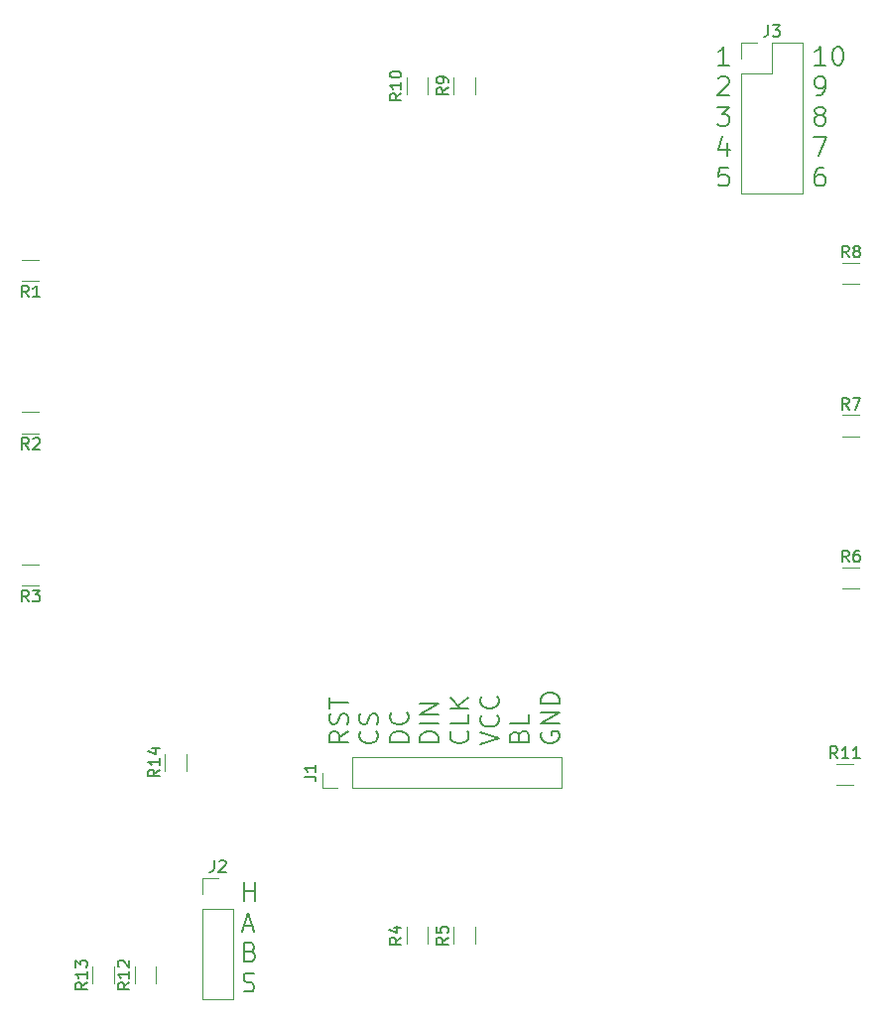
<source format=gbr>
G04 #@! TF.GenerationSoftware,KiCad,Pcbnew,8.0.3+1*
G04 #@! TF.CreationDate,2024-08-19T07:15:10+00:00*
G04 #@! TF.ProjectId,DriverDeskTft,44726976-6572-4446-9573-6b5466742e6b,0.0.1*
G04 #@! TF.SameCoordinates,Original*
G04 #@! TF.FileFunction,Legend,Top*
G04 #@! TF.FilePolarity,Positive*
%FSLAX46Y46*%
G04 Gerber Fmt 4.6, Leading zero omitted, Abs format (unit mm)*
G04 Created by KiCad (PCBNEW 8.0.3+1) date 2024-08-19 07:15:10*
%MOMM*%
%LPD*%
G01*
G04 APERTURE LIST*
%ADD10C,0.200000*%
%ADD11C,0.150000*%
%ADD12C,0.120000*%
%ADD13C,4.700000*%
%ADD14R,1.700000X1.700000*%
%ADD15O,1.700000X1.700000*%
%ADD16C,2.000000*%
%ADD17C,1.854000*%
%ADD18O,3.204000X6.204000*%
G04 APERTURE END LIST*
D10*
X124600625Y-60740150D02*
X123686339Y-60740150D01*
X124143482Y-60740150D02*
X124143482Y-59140150D01*
X124143482Y-59140150D02*
X123991101Y-59368721D01*
X123991101Y-59368721D02*
X123838720Y-59521102D01*
X123838720Y-59521102D02*
X123686339Y-59597293D01*
X123686339Y-61868441D02*
X123762530Y-61792250D01*
X123762530Y-61792250D02*
X123914911Y-61716060D01*
X123914911Y-61716060D02*
X124295863Y-61716060D01*
X124295863Y-61716060D02*
X124448244Y-61792250D01*
X124448244Y-61792250D02*
X124524435Y-61868441D01*
X124524435Y-61868441D02*
X124600625Y-62020822D01*
X124600625Y-62020822D02*
X124600625Y-62173203D01*
X124600625Y-62173203D02*
X124524435Y-62401774D01*
X124524435Y-62401774D02*
X123610149Y-63316060D01*
X123610149Y-63316060D02*
X124600625Y-63316060D01*
X123610149Y-64291970D02*
X124600625Y-64291970D01*
X124600625Y-64291970D02*
X124067292Y-64901494D01*
X124067292Y-64901494D02*
X124295863Y-64901494D01*
X124295863Y-64901494D02*
X124448244Y-64977684D01*
X124448244Y-64977684D02*
X124524435Y-65053875D01*
X124524435Y-65053875D02*
X124600625Y-65206256D01*
X124600625Y-65206256D02*
X124600625Y-65587208D01*
X124600625Y-65587208D02*
X124524435Y-65739589D01*
X124524435Y-65739589D02*
X124448244Y-65815780D01*
X124448244Y-65815780D02*
X124295863Y-65891970D01*
X124295863Y-65891970D02*
X123838720Y-65891970D01*
X123838720Y-65891970D02*
X123686339Y-65815780D01*
X123686339Y-65815780D02*
X123610149Y-65739589D01*
X124448244Y-67401213D02*
X124448244Y-68467880D01*
X124067292Y-66791690D02*
X123686339Y-67934547D01*
X123686339Y-67934547D02*
X124676816Y-67934547D01*
X124524435Y-69443790D02*
X123762530Y-69443790D01*
X123762530Y-69443790D02*
X123686339Y-70205695D01*
X123686339Y-70205695D02*
X123762530Y-70129504D01*
X123762530Y-70129504D02*
X123914911Y-70053314D01*
X123914911Y-70053314D02*
X124295863Y-70053314D01*
X124295863Y-70053314D02*
X124448244Y-70129504D01*
X124448244Y-70129504D02*
X124524435Y-70205695D01*
X124524435Y-70205695D02*
X124600625Y-70358076D01*
X124600625Y-70358076D02*
X124600625Y-70739028D01*
X124600625Y-70739028D02*
X124524435Y-70891409D01*
X124524435Y-70891409D02*
X124448244Y-70967600D01*
X124448244Y-70967600D02*
X124295863Y-71043790D01*
X124295863Y-71043790D02*
X123914911Y-71043790D01*
X123914911Y-71043790D02*
X123762530Y-70967600D01*
X123762530Y-70967600D02*
X123686339Y-70891409D01*
X92092420Y-117573183D02*
X91330515Y-118106517D01*
X92092420Y-118487469D02*
X90492420Y-118487469D01*
X90492420Y-118487469D02*
X90492420Y-117877945D01*
X90492420Y-117877945D02*
X90568610Y-117725564D01*
X90568610Y-117725564D02*
X90644801Y-117649374D01*
X90644801Y-117649374D02*
X90797182Y-117573183D01*
X90797182Y-117573183D02*
X91025753Y-117573183D01*
X91025753Y-117573183D02*
X91178134Y-117649374D01*
X91178134Y-117649374D02*
X91254325Y-117725564D01*
X91254325Y-117725564D02*
X91330515Y-117877945D01*
X91330515Y-117877945D02*
X91330515Y-118487469D01*
X92016230Y-116963660D02*
X92092420Y-116735088D01*
X92092420Y-116735088D02*
X92092420Y-116354136D01*
X92092420Y-116354136D02*
X92016230Y-116201755D01*
X92016230Y-116201755D02*
X91940039Y-116125564D01*
X91940039Y-116125564D02*
X91787658Y-116049374D01*
X91787658Y-116049374D02*
X91635277Y-116049374D01*
X91635277Y-116049374D02*
X91482896Y-116125564D01*
X91482896Y-116125564D02*
X91406706Y-116201755D01*
X91406706Y-116201755D02*
X91330515Y-116354136D01*
X91330515Y-116354136D02*
X91254325Y-116658898D01*
X91254325Y-116658898D02*
X91178134Y-116811279D01*
X91178134Y-116811279D02*
X91101944Y-116887469D01*
X91101944Y-116887469D02*
X90949563Y-116963660D01*
X90949563Y-116963660D02*
X90797182Y-116963660D01*
X90797182Y-116963660D02*
X90644801Y-116887469D01*
X90644801Y-116887469D02*
X90568610Y-116811279D01*
X90568610Y-116811279D02*
X90492420Y-116658898D01*
X90492420Y-116658898D02*
X90492420Y-116277945D01*
X90492420Y-116277945D02*
X90568610Y-116049374D01*
X90492420Y-115592231D02*
X90492420Y-114677945D01*
X92092420Y-115135088D02*
X90492420Y-115135088D01*
X94515949Y-117573183D02*
X94592140Y-117649374D01*
X94592140Y-117649374D02*
X94668330Y-117877945D01*
X94668330Y-117877945D02*
X94668330Y-118030326D01*
X94668330Y-118030326D02*
X94592140Y-118258898D01*
X94592140Y-118258898D02*
X94439759Y-118411279D01*
X94439759Y-118411279D02*
X94287378Y-118487469D01*
X94287378Y-118487469D02*
X93982616Y-118563660D01*
X93982616Y-118563660D02*
X93754044Y-118563660D01*
X93754044Y-118563660D02*
X93449282Y-118487469D01*
X93449282Y-118487469D02*
X93296901Y-118411279D01*
X93296901Y-118411279D02*
X93144520Y-118258898D01*
X93144520Y-118258898D02*
X93068330Y-118030326D01*
X93068330Y-118030326D02*
X93068330Y-117877945D01*
X93068330Y-117877945D02*
X93144520Y-117649374D01*
X93144520Y-117649374D02*
X93220711Y-117573183D01*
X94592140Y-116963660D02*
X94668330Y-116735088D01*
X94668330Y-116735088D02*
X94668330Y-116354136D01*
X94668330Y-116354136D02*
X94592140Y-116201755D01*
X94592140Y-116201755D02*
X94515949Y-116125564D01*
X94515949Y-116125564D02*
X94363568Y-116049374D01*
X94363568Y-116049374D02*
X94211187Y-116049374D01*
X94211187Y-116049374D02*
X94058806Y-116125564D01*
X94058806Y-116125564D02*
X93982616Y-116201755D01*
X93982616Y-116201755D02*
X93906425Y-116354136D01*
X93906425Y-116354136D02*
X93830235Y-116658898D01*
X93830235Y-116658898D02*
X93754044Y-116811279D01*
X93754044Y-116811279D02*
X93677854Y-116887469D01*
X93677854Y-116887469D02*
X93525473Y-116963660D01*
X93525473Y-116963660D02*
X93373092Y-116963660D01*
X93373092Y-116963660D02*
X93220711Y-116887469D01*
X93220711Y-116887469D02*
X93144520Y-116811279D01*
X93144520Y-116811279D02*
X93068330Y-116658898D01*
X93068330Y-116658898D02*
X93068330Y-116277945D01*
X93068330Y-116277945D02*
X93144520Y-116049374D01*
X97244240Y-118487469D02*
X95644240Y-118487469D01*
X95644240Y-118487469D02*
X95644240Y-118106517D01*
X95644240Y-118106517D02*
X95720430Y-117877945D01*
X95720430Y-117877945D02*
X95872811Y-117725564D01*
X95872811Y-117725564D02*
X96025192Y-117649374D01*
X96025192Y-117649374D02*
X96329954Y-117573183D01*
X96329954Y-117573183D02*
X96558526Y-117573183D01*
X96558526Y-117573183D02*
X96863288Y-117649374D01*
X96863288Y-117649374D02*
X97015669Y-117725564D01*
X97015669Y-117725564D02*
X97168050Y-117877945D01*
X97168050Y-117877945D02*
X97244240Y-118106517D01*
X97244240Y-118106517D02*
X97244240Y-118487469D01*
X97091859Y-115973183D02*
X97168050Y-116049374D01*
X97168050Y-116049374D02*
X97244240Y-116277945D01*
X97244240Y-116277945D02*
X97244240Y-116430326D01*
X97244240Y-116430326D02*
X97168050Y-116658898D01*
X97168050Y-116658898D02*
X97015669Y-116811279D01*
X97015669Y-116811279D02*
X96863288Y-116887469D01*
X96863288Y-116887469D02*
X96558526Y-116963660D01*
X96558526Y-116963660D02*
X96329954Y-116963660D01*
X96329954Y-116963660D02*
X96025192Y-116887469D01*
X96025192Y-116887469D02*
X95872811Y-116811279D01*
X95872811Y-116811279D02*
X95720430Y-116658898D01*
X95720430Y-116658898D02*
X95644240Y-116430326D01*
X95644240Y-116430326D02*
X95644240Y-116277945D01*
X95644240Y-116277945D02*
X95720430Y-116049374D01*
X95720430Y-116049374D02*
X95796621Y-115973183D01*
X99820150Y-118487469D02*
X98220150Y-118487469D01*
X98220150Y-118487469D02*
X98220150Y-118106517D01*
X98220150Y-118106517D02*
X98296340Y-117877945D01*
X98296340Y-117877945D02*
X98448721Y-117725564D01*
X98448721Y-117725564D02*
X98601102Y-117649374D01*
X98601102Y-117649374D02*
X98905864Y-117573183D01*
X98905864Y-117573183D02*
X99134436Y-117573183D01*
X99134436Y-117573183D02*
X99439198Y-117649374D01*
X99439198Y-117649374D02*
X99591579Y-117725564D01*
X99591579Y-117725564D02*
X99743960Y-117877945D01*
X99743960Y-117877945D02*
X99820150Y-118106517D01*
X99820150Y-118106517D02*
X99820150Y-118487469D01*
X99820150Y-116887469D02*
X98220150Y-116887469D01*
X99820150Y-116125564D02*
X98220150Y-116125564D01*
X98220150Y-116125564D02*
X99820150Y-115211278D01*
X99820150Y-115211278D02*
X98220150Y-115211278D01*
X102243679Y-117573183D02*
X102319870Y-117649374D01*
X102319870Y-117649374D02*
X102396060Y-117877945D01*
X102396060Y-117877945D02*
X102396060Y-118030326D01*
X102396060Y-118030326D02*
X102319870Y-118258898D01*
X102319870Y-118258898D02*
X102167489Y-118411279D01*
X102167489Y-118411279D02*
X102015108Y-118487469D01*
X102015108Y-118487469D02*
X101710346Y-118563660D01*
X101710346Y-118563660D02*
X101481774Y-118563660D01*
X101481774Y-118563660D02*
X101177012Y-118487469D01*
X101177012Y-118487469D02*
X101024631Y-118411279D01*
X101024631Y-118411279D02*
X100872250Y-118258898D01*
X100872250Y-118258898D02*
X100796060Y-118030326D01*
X100796060Y-118030326D02*
X100796060Y-117877945D01*
X100796060Y-117877945D02*
X100872250Y-117649374D01*
X100872250Y-117649374D02*
X100948441Y-117573183D01*
X102396060Y-116125564D02*
X102396060Y-116887469D01*
X102396060Y-116887469D02*
X100796060Y-116887469D01*
X102396060Y-115592231D02*
X100796060Y-115592231D01*
X102396060Y-114677945D02*
X101481774Y-115363660D01*
X100796060Y-114677945D02*
X101710346Y-115592231D01*
X103371970Y-118716041D02*
X104971970Y-118182707D01*
X104971970Y-118182707D02*
X103371970Y-117649374D01*
X104819589Y-116201754D02*
X104895780Y-116277945D01*
X104895780Y-116277945D02*
X104971970Y-116506516D01*
X104971970Y-116506516D02*
X104971970Y-116658897D01*
X104971970Y-116658897D02*
X104895780Y-116887469D01*
X104895780Y-116887469D02*
X104743399Y-117039850D01*
X104743399Y-117039850D02*
X104591018Y-117116040D01*
X104591018Y-117116040D02*
X104286256Y-117192231D01*
X104286256Y-117192231D02*
X104057684Y-117192231D01*
X104057684Y-117192231D02*
X103752922Y-117116040D01*
X103752922Y-117116040D02*
X103600541Y-117039850D01*
X103600541Y-117039850D02*
X103448160Y-116887469D01*
X103448160Y-116887469D02*
X103371970Y-116658897D01*
X103371970Y-116658897D02*
X103371970Y-116506516D01*
X103371970Y-116506516D02*
X103448160Y-116277945D01*
X103448160Y-116277945D02*
X103524351Y-116201754D01*
X104819589Y-114601754D02*
X104895780Y-114677945D01*
X104895780Y-114677945D02*
X104971970Y-114906516D01*
X104971970Y-114906516D02*
X104971970Y-115058897D01*
X104971970Y-115058897D02*
X104895780Y-115287469D01*
X104895780Y-115287469D02*
X104743399Y-115439850D01*
X104743399Y-115439850D02*
X104591018Y-115516040D01*
X104591018Y-115516040D02*
X104286256Y-115592231D01*
X104286256Y-115592231D02*
X104057684Y-115592231D01*
X104057684Y-115592231D02*
X103752922Y-115516040D01*
X103752922Y-115516040D02*
X103600541Y-115439850D01*
X103600541Y-115439850D02*
X103448160Y-115287469D01*
X103448160Y-115287469D02*
X103371970Y-115058897D01*
X103371970Y-115058897D02*
X103371970Y-114906516D01*
X103371970Y-114906516D02*
X103448160Y-114677945D01*
X103448160Y-114677945D02*
X103524351Y-114601754D01*
X106709785Y-117954136D02*
X106785975Y-117725564D01*
X106785975Y-117725564D02*
X106862166Y-117649374D01*
X106862166Y-117649374D02*
X107014547Y-117573183D01*
X107014547Y-117573183D02*
X107243118Y-117573183D01*
X107243118Y-117573183D02*
X107395499Y-117649374D01*
X107395499Y-117649374D02*
X107471690Y-117725564D01*
X107471690Y-117725564D02*
X107547880Y-117877945D01*
X107547880Y-117877945D02*
X107547880Y-118487469D01*
X107547880Y-118487469D02*
X105947880Y-118487469D01*
X105947880Y-118487469D02*
X105947880Y-117954136D01*
X105947880Y-117954136D02*
X106024070Y-117801755D01*
X106024070Y-117801755D02*
X106100261Y-117725564D01*
X106100261Y-117725564D02*
X106252642Y-117649374D01*
X106252642Y-117649374D02*
X106405023Y-117649374D01*
X106405023Y-117649374D02*
X106557404Y-117725564D01*
X106557404Y-117725564D02*
X106633594Y-117801755D01*
X106633594Y-117801755D02*
X106709785Y-117954136D01*
X106709785Y-117954136D02*
X106709785Y-118487469D01*
X107547880Y-116125564D02*
X107547880Y-116887469D01*
X107547880Y-116887469D02*
X105947880Y-116887469D01*
X108599980Y-117649374D02*
X108523790Y-117801755D01*
X108523790Y-117801755D02*
X108523790Y-118030326D01*
X108523790Y-118030326D02*
X108599980Y-118258898D01*
X108599980Y-118258898D02*
X108752361Y-118411279D01*
X108752361Y-118411279D02*
X108904742Y-118487469D01*
X108904742Y-118487469D02*
X109209504Y-118563660D01*
X109209504Y-118563660D02*
X109438076Y-118563660D01*
X109438076Y-118563660D02*
X109742838Y-118487469D01*
X109742838Y-118487469D02*
X109895219Y-118411279D01*
X109895219Y-118411279D02*
X110047600Y-118258898D01*
X110047600Y-118258898D02*
X110123790Y-118030326D01*
X110123790Y-118030326D02*
X110123790Y-117877945D01*
X110123790Y-117877945D02*
X110047600Y-117649374D01*
X110047600Y-117649374D02*
X109971409Y-117573183D01*
X109971409Y-117573183D02*
X109438076Y-117573183D01*
X109438076Y-117573183D02*
X109438076Y-117877945D01*
X110123790Y-116887469D02*
X108523790Y-116887469D01*
X108523790Y-116887469D02*
X110123790Y-115973183D01*
X110123790Y-115973183D02*
X108523790Y-115973183D01*
X110123790Y-115211279D02*
X108523790Y-115211279D01*
X108523790Y-115211279D02*
X108523790Y-114830327D01*
X108523790Y-114830327D02*
X108599980Y-114601755D01*
X108599980Y-114601755D02*
X108752361Y-114449374D01*
X108752361Y-114449374D02*
X108904742Y-114373184D01*
X108904742Y-114373184D02*
X109209504Y-114296993D01*
X109209504Y-114296993D02*
X109438076Y-114296993D01*
X109438076Y-114296993D02*
X109742838Y-114373184D01*
X109742838Y-114373184D02*
X109895219Y-114449374D01*
X109895219Y-114449374D02*
X110047600Y-114601755D01*
X110047600Y-114601755D02*
X110123790Y-114830327D01*
X110123790Y-114830327D02*
X110123790Y-115211279D01*
X83262530Y-132066060D02*
X83262530Y-130466060D01*
X83262530Y-131227965D02*
X84176816Y-131227965D01*
X84176816Y-132066060D02*
X84176816Y-130466060D01*
X83186339Y-134184827D02*
X83948244Y-134184827D01*
X83033958Y-134641970D02*
X83567292Y-133041970D01*
X83567292Y-133041970D02*
X84100625Y-134641970D01*
X83795863Y-136379785D02*
X84024435Y-136455975D01*
X84024435Y-136455975D02*
X84100625Y-136532166D01*
X84100625Y-136532166D02*
X84176816Y-136684547D01*
X84176816Y-136684547D02*
X84176816Y-136913118D01*
X84176816Y-136913118D02*
X84100625Y-137065499D01*
X84100625Y-137065499D02*
X84024435Y-137141690D01*
X84024435Y-137141690D02*
X83872054Y-137217880D01*
X83872054Y-137217880D02*
X83262530Y-137217880D01*
X83262530Y-137217880D02*
X83262530Y-135617880D01*
X83262530Y-135617880D02*
X83795863Y-135617880D01*
X83795863Y-135617880D02*
X83948244Y-135694070D01*
X83948244Y-135694070D02*
X84024435Y-135770261D01*
X84024435Y-135770261D02*
X84100625Y-135922642D01*
X84100625Y-135922642D02*
X84100625Y-136075023D01*
X84100625Y-136075023D02*
X84024435Y-136227404D01*
X84024435Y-136227404D02*
X83948244Y-136303594D01*
X83948244Y-136303594D02*
X83795863Y-136379785D01*
X83795863Y-136379785D02*
X83262530Y-136379785D01*
X83186339Y-139717600D02*
X83414911Y-139793790D01*
X83414911Y-139793790D02*
X83795863Y-139793790D01*
X83795863Y-139793790D02*
X83948244Y-139717600D01*
X83948244Y-139717600D02*
X84024435Y-139641409D01*
X84024435Y-139641409D02*
X84100625Y-139489028D01*
X84100625Y-139489028D02*
X84100625Y-139336647D01*
X84100625Y-139336647D02*
X84024435Y-139184266D01*
X84024435Y-139184266D02*
X83948244Y-139108076D01*
X83948244Y-139108076D02*
X83795863Y-139031885D01*
X83795863Y-139031885D02*
X83491101Y-138955695D01*
X83491101Y-138955695D02*
X83338720Y-138879504D01*
X83338720Y-138879504D02*
X83262530Y-138803314D01*
X83262530Y-138803314D02*
X83186339Y-138650933D01*
X83186339Y-138650933D02*
X83186339Y-138498552D01*
X83186339Y-138498552D02*
X83262530Y-138346171D01*
X83262530Y-138346171D02*
X83338720Y-138269980D01*
X83338720Y-138269980D02*
X83491101Y-138193790D01*
X83491101Y-138193790D02*
X83872054Y-138193790D01*
X83872054Y-138193790D02*
X84100625Y-138269980D01*
X132850625Y-60740150D02*
X131936339Y-60740150D01*
X132393482Y-60740150D02*
X132393482Y-59140150D01*
X132393482Y-59140150D02*
X132241101Y-59368721D01*
X132241101Y-59368721D02*
X132088720Y-59521102D01*
X132088720Y-59521102D02*
X131936339Y-59597293D01*
X133841102Y-59140150D02*
X133993483Y-59140150D01*
X133993483Y-59140150D02*
X134145864Y-59216340D01*
X134145864Y-59216340D02*
X134222054Y-59292531D01*
X134222054Y-59292531D02*
X134298245Y-59444912D01*
X134298245Y-59444912D02*
X134374435Y-59749674D01*
X134374435Y-59749674D02*
X134374435Y-60130626D01*
X134374435Y-60130626D02*
X134298245Y-60435388D01*
X134298245Y-60435388D02*
X134222054Y-60587769D01*
X134222054Y-60587769D02*
X134145864Y-60663960D01*
X134145864Y-60663960D02*
X133993483Y-60740150D01*
X133993483Y-60740150D02*
X133841102Y-60740150D01*
X133841102Y-60740150D02*
X133688721Y-60663960D01*
X133688721Y-60663960D02*
X133612530Y-60587769D01*
X133612530Y-60587769D02*
X133536340Y-60435388D01*
X133536340Y-60435388D02*
X133460149Y-60130626D01*
X133460149Y-60130626D02*
X133460149Y-59749674D01*
X133460149Y-59749674D02*
X133536340Y-59444912D01*
X133536340Y-59444912D02*
X133612530Y-59292531D01*
X133612530Y-59292531D02*
X133688721Y-59216340D01*
X133688721Y-59216340D02*
X133841102Y-59140150D01*
X132088720Y-63316060D02*
X132393482Y-63316060D01*
X132393482Y-63316060D02*
X132545863Y-63239870D01*
X132545863Y-63239870D02*
X132622054Y-63163679D01*
X132622054Y-63163679D02*
X132774435Y-62935108D01*
X132774435Y-62935108D02*
X132850625Y-62630346D01*
X132850625Y-62630346D02*
X132850625Y-62020822D01*
X132850625Y-62020822D02*
X132774435Y-61868441D01*
X132774435Y-61868441D02*
X132698244Y-61792250D01*
X132698244Y-61792250D02*
X132545863Y-61716060D01*
X132545863Y-61716060D02*
X132241101Y-61716060D01*
X132241101Y-61716060D02*
X132088720Y-61792250D01*
X132088720Y-61792250D02*
X132012530Y-61868441D01*
X132012530Y-61868441D02*
X131936339Y-62020822D01*
X131936339Y-62020822D02*
X131936339Y-62401774D01*
X131936339Y-62401774D02*
X132012530Y-62554155D01*
X132012530Y-62554155D02*
X132088720Y-62630346D01*
X132088720Y-62630346D02*
X132241101Y-62706536D01*
X132241101Y-62706536D02*
X132545863Y-62706536D01*
X132545863Y-62706536D02*
X132698244Y-62630346D01*
X132698244Y-62630346D02*
X132774435Y-62554155D01*
X132774435Y-62554155D02*
X132850625Y-62401774D01*
X132241101Y-64977684D02*
X132088720Y-64901494D01*
X132088720Y-64901494D02*
X132012530Y-64825303D01*
X132012530Y-64825303D02*
X131936339Y-64672922D01*
X131936339Y-64672922D02*
X131936339Y-64596732D01*
X131936339Y-64596732D02*
X132012530Y-64444351D01*
X132012530Y-64444351D02*
X132088720Y-64368160D01*
X132088720Y-64368160D02*
X132241101Y-64291970D01*
X132241101Y-64291970D02*
X132545863Y-64291970D01*
X132545863Y-64291970D02*
X132698244Y-64368160D01*
X132698244Y-64368160D02*
X132774435Y-64444351D01*
X132774435Y-64444351D02*
X132850625Y-64596732D01*
X132850625Y-64596732D02*
X132850625Y-64672922D01*
X132850625Y-64672922D02*
X132774435Y-64825303D01*
X132774435Y-64825303D02*
X132698244Y-64901494D01*
X132698244Y-64901494D02*
X132545863Y-64977684D01*
X132545863Y-64977684D02*
X132241101Y-64977684D01*
X132241101Y-64977684D02*
X132088720Y-65053875D01*
X132088720Y-65053875D02*
X132012530Y-65130065D01*
X132012530Y-65130065D02*
X131936339Y-65282446D01*
X131936339Y-65282446D02*
X131936339Y-65587208D01*
X131936339Y-65587208D02*
X132012530Y-65739589D01*
X132012530Y-65739589D02*
X132088720Y-65815780D01*
X132088720Y-65815780D02*
X132241101Y-65891970D01*
X132241101Y-65891970D02*
X132545863Y-65891970D01*
X132545863Y-65891970D02*
X132698244Y-65815780D01*
X132698244Y-65815780D02*
X132774435Y-65739589D01*
X132774435Y-65739589D02*
X132850625Y-65587208D01*
X132850625Y-65587208D02*
X132850625Y-65282446D01*
X132850625Y-65282446D02*
X132774435Y-65130065D01*
X132774435Y-65130065D02*
X132698244Y-65053875D01*
X132698244Y-65053875D02*
X132545863Y-64977684D01*
X131860149Y-66867880D02*
X132926816Y-66867880D01*
X132926816Y-66867880D02*
X132241101Y-68467880D01*
X132698244Y-69443790D02*
X132393482Y-69443790D01*
X132393482Y-69443790D02*
X132241101Y-69519980D01*
X132241101Y-69519980D02*
X132164911Y-69596171D01*
X132164911Y-69596171D02*
X132012530Y-69824742D01*
X132012530Y-69824742D02*
X131936339Y-70129504D01*
X131936339Y-70129504D02*
X131936339Y-70739028D01*
X131936339Y-70739028D02*
X132012530Y-70891409D01*
X132012530Y-70891409D02*
X132088720Y-70967600D01*
X132088720Y-70967600D02*
X132241101Y-71043790D01*
X132241101Y-71043790D02*
X132545863Y-71043790D01*
X132545863Y-71043790D02*
X132698244Y-70967600D01*
X132698244Y-70967600D02*
X132774435Y-70891409D01*
X132774435Y-70891409D02*
X132850625Y-70739028D01*
X132850625Y-70739028D02*
X132850625Y-70358076D01*
X132850625Y-70358076D02*
X132774435Y-70205695D01*
X132774435Y-70205695D02*
X132698244Y-70129504D01*
X132698244Y-70129504D02*
X132545863Y-70053314D01*
X132545863Y-70053314D02*
X132241101Y-70053314D01*
X132241101Y-70053314D02*
X132088720Y-70129504D01*
X132088720Y-70129504D02*
X132012530Y-70205695D01*
X132012530Y-70205695D02*
X131936339Y-70358076D01*
D11*
X64833333Y-93524819D02*
X64500000Y-93048628D01*
X64261905Y-93524819D02*
X64261905Y-92524819D01*
X64261905Y-92524819D02*
X64642857Y-92524819D01*
X64642857Y-92524819D02*
X64738095Y-92572438D01*
X64738095Y-92572438D02*
X64785714Y-92620057D01*
X64785714Y-92620057D02*
X64833333Y-92715295D01*
X64833333Y-92715295D02*
X64833333Y-92858152D01*
X64833333Y-92858152D02*
X64785714Y-92953390D01*
X64785714Y-92953390D02*
X64738095Y-93001009D01*
X64738095Y-93001009D02*
X64642857Y-93048628D01*
X64642857Y-93048628D02*
X64261905Y-93048628D01*
X65214286Y-92620057D02*
X65261905Y-92572438D01*
X65261905Y-92572438D02*
X65357143Y-92524819D01*
X65357143Y-92524819D02*
X65595238Y-92524819D01*
X65595238Y-92524819D02*
X65690476Y-92572438D01*
X65690476Y-92572438D02*
X65738095Y-92620057D01*
X65738095Y-92620057D02*
X65785714Y-92715295D01*
X65785714Y-92715295D02*
X65785714Y-92810533D01*
X65785714Y-92810533D02*
X65738095Y-92953390D01*
X65738095Y-92953390D02*
X65166667Y-93524819D01*
X65166667Y-93524819D02*
X65785714Y-93524819D01*
X64833333Y-106524819D02*
X64500000Y-106048628D01*
X64261905Y-106524819D02*
X64261905Y-105524819D01*
X64261905Y-105524819D02*
X64642857Y-105524819D01*
X64642857Y-105524819D02*
X64738095Y-105572438D01*
X64738095Y-105572438D02*
X64785714Y-105620057D01*
X64785714Y-105620057D02*
X64833333Y-105715295D01*
X64833333Y-105715295D02*
X64833333Y-105858152D01*
X64833333Y-105858152D02*
X64785714Y-105953390D01*
X64785714Y-105953390D02*
X64738095Y-106001009D01*
X64738095Y-106001009D02*
X64642857Y-106048628D01*
X64642857Y-106048628D02*
X64261905Y-106048628D01*
X65166667Y-105524819D02*
X65785714Y-105524819D01*
X65785714Y-105524819D02*
X65452381Y-105905771D01*
X65452381Y-105905771D02*
X65595238Y-105905771D01*
X65595238Y-105905771D02*
X65690476Y-105953390D01*
X65690476Y-105953390D02*
X65738095Y-106001009D01*
X65738095Y-106001009D02*
X65785714Y-106096247D01*
X65785714Y-106096247D02*
X65785714Y-106334342D01*
X65785714Y-106334342D02*
X65738095Y-106429580D01*
X65738095Y-106429580D02*
X65690476Y-106477200D01*
X65690476Y-106477200D02*
X65595238Y-106524819D01*
X65595238Y-106524819D02*
X65309524Y-106524819D01*
X65309524Y-106524819D02*
X65214286Y-106477200D01*
X65214286Y-106477200D02*
X65166667Y-106429580D01*
X69834819Y-139011607D02*
X69358628Y-139344940D01*
X69834819Y-139583035D02*
X68834819Y-139583035D01*
X68834819Y-139583035D02*
X68834819Y-139202083D01*
X68834819Y-139202083D02*
X68882438Y-139106845D01*
X68882438Y-139106845D02*
X68930057Y-139059226D01*
X68930057Y-139059226D02*
X69025295Y-139011607D01*
X69025295Y-139011607D02*
X69168152Y-139011607D01*
X69168152Y-139011607D02*
X69263390Y-139059226D01*
X69263390Y-139059226D02*
X69311009Y-139106845D01*
X69311009Y-139106845D02*
X69358628Y-139202083D01*
X69358628Y-139202083D02*
X69358628Y-139583035D01*
X69834819Y-138059226D02*
X69834819Y-138630654D01*
X69834819Y-138344940D02*
X68834819Y-138344940D01*
X68834819Y-138344940D02*
X68977676Y-138440178D01*
X68977676Y-138440178D02*
X69072914Y-138535416D01*
X69072914Y-138535416D02*
X69120533Y-138630654D01*
X68834819Y-137725892D02*
X68834819Y-137106845D01*
X68834819Y-137106845D02*
X69215771Y-137440178D01*
X69215771Y-137440178D02*
X69215771Y-137297321D01*
X69215771Y-137297321D02*
X69263390Y-137202083D01*
X69263390Y-137202083D02*
X69311009Y-137154464D01*
X69311009Y-137154464D02*
X69406247Y-137106845D01*
X69406247Y-137106845D02*
X69644342Y-137106845D01*
X69644342Y-137106845D02*
X69739580Y-137154464D01*
X69739580Y-137154464D02*
X69787200Y-137202083D01*
X69787200Y-137202083D02*
X69834819Y-137297321D01*
X69834819Y-137297321D02*
X69834819Y-137583035D01*
X69834819Y-137583035D02*
X69787200Y-137678273D01*
X69787200Y-137678273D02*
X69739580Y-137725892D01*
X134833333Y-77134819D02*
X134500000Y-76658628D01*
X134261905Y-77134819D02*
X134261905Y-76134819D01*
X134261905Y-76134819D02*
X134642857Y-76134819D01*
X134642857Y-76134819D02*
X134738095Y-76182438D01*
X134738095Y-76182438D02*
X134785714Y-76230057D01*
X134785714Y-76230057D02*
X134833333Y-76325295D01*
X134833333Y-76325295D02*
X134833333Y-76468152D01*
X134833333Y-76468152D02*
X134785714Y-76563390D01*
X134785714Y-76563390D02*
X134738095Y-76611009D01*
X134738095Y-76611009D02*
X134642857Y-76658628D01*
X134642857Y-76658628D02*
X134261905Y-76658628D01*
X135404762Y-76563390D02*
X135309524Y-76515771D01*
X135309524Y-76515771D02*
X135261905Y-76468152D01*
X135261905Y-76468152D02*
X135214286Y-76372914D01*
X135214286Y-76372914D02*
X135214286Y-76325295D01*
X135214286Y-76325295D02*
X135261905Y-76230057D01*
X135261905Y-76230057D02*
X135309524Y-76182438D01*
X135309524Y-76182438D02*
X135404762Y-76134819D01*
X135404762Y-76134819D02*
X135595238Y-76134819D01*
X135595238Y-76134819D02*
X135690476Y-76182438D01*
X135690476Y-76182438D02*
X135738095Y-76230057D01*
X135738095Y-76230057D02*
X135785714Y-76325295D01*
X135785714Y-76325295D02*
X135785714Y-76372914D01*
X135785714Y-76372914D02*
X135738095Y-76468152D01*
X135738095Y-76468152D02*
X135690476Y-76515771D01*
X135690476Y-76515771D02*
X135595238Y-76563390D01*
X135595238Y-76563390D02*
X135404762Y-76563390D01*
X135404762Y-76563390D02*
X135309524Y-76611009D01*
X135309524Y-76611009D02*
X135261905Y-76658628D01*
X135261905Y-76658628D02*
X135214286Y-76753866D01*
X135214286Y-76753866D02*
X135214286Y-76944342D01*
X135214286Y-76944342D02*
X135261905Y-77039580D01*
X135261905Y-77039580D02*
X135309524Y-77087200D01*
X135309524Y-77087200D02*
X135404762Y-77134819D01*
X135404762Y-77134819D02*
X135595238Y-77134819D01*
X135595238Y-77134819D02*
X135690476Y-77087200D01*
X135690476Y-77087200D02*
X135738095Y-77039580D01*
X135738095Y-77039580D02*
X135785714Y-76944342D01*
X135785714Y-76944342D02*
X135785714Y-76753866D01*
X135785714Y-76753866D02*
X135738095Y-76658628D01*
X135738095Y-76658628D02*
X135690476Y-76611009D01*
X135690476Y-76611009D02*
X135595238Y-76563390D01*
X76034819Y-120855357D02*
X75558628Y-121188690D01*
X76034819Y-121426785D02*
X75034819Y-121426785D01*
X75034819Y-121426785D02*
X75034819Y-121045833D01*
X75034819Y-121045833D02*
X75082438Y-120950595D01*
X75082438Y-120950595D02*
X75130057Y-120902976D01*
X75130057Y-120902976D02*
X75225295Y-120855357D01*
X75225295Y-120855357D02*
X75368152Y-120855357D01*
X75368152Y-120855357D02*
X75463390Y-120902976D01*
X75463390Y-120902976D02*
X75511009Y-120950595D01*
X75511009Y-120950595D02*
X75558628Y-121045833D01*
X75558628Y-121045833D02*
X75558628Y-121426785D01*
X76034819Y-119902976D02*
X76034819Y-120474404D01*
X76034819Y-120188690D02*
X75034819Y-120188690D01*
X75034819Y-120188690D02*
X75177676Y-120283928D01*
X75177676Y-120283928D02*
X75272914Y-120379166D01*
X75272914Y-120379166D02*
X75320533Y-120474404D01*
X75368152Y-119045833D02*
X76034819Y-119045833D01*
X74987200Y-119283928D02*
X75701485Y-119522023D01*
X75701485Y-119522023D02*
X75701485Y-118902976D01*
X133857142Y-119884819D02*
X133523809Y-119408628D01*
X133285714Y-119884819D02*
X133285714Y-118884819D01*
X133285714Y-118884819D02*
X133666666Y-118884819D01*
X133666666Y-118884819D02*
X133761904Y-118932438D01*
X133761904Y-118932438D02*
X133809523Y-118980057D01*
X133809523Y-118980057D02*
X133857142Y-119075295D01*
X133857142Y-119075295D02*
X133857142Y-119218152D01*
X133857142Y-119218152D02*
X133809523Y-119313390D01*
X133809523Y-119313390D02*
X133761904Y-119361009D01*
X133761904Y-119361009D02*
X133666666Y-119408628D01*
X133666666Y-119408628D02*
X133285714Y-119408628D01*
X134809523Y-119884819D02*
X134238095Y-119884819D01*
X134523809Y-119884819D02*
X134523809Y-118884819D01*
X134523809Y-118884819D02*
X134428571Y-119027676D01*
X134428571Y-119027676D02*
X134333333Y-119122914D01*
X134333333Y-119122914D02*
X134238095Y-119170533D01*
X135761904Y-119884819D02*
X135190476Y-119884819D01*
X135476190Y-119884819D02*
X135476190Y-118884819D01*
X135476190Y-118884819D02*
X135380952Y-119027676D01*
X135380952Y-119027676D02*
X135285714Y-119122914D01*
X135285714Y-119122914D02*
X135190476Y-119170533D01*
X88344819Y-121433333D02*
X89059104Y-121433333D01*
X89059104Y-121433333D02*
X89201961Y-121480952D01*
X89201961Y-121480952D02*
X89297200Y-121576190D01*
X89297200Y-121576190D02*
X89344819Y-121719047D01*
X89344819Y-121719047D02*
X89344819Y-121814285D01*
X89344819Y-120433333D02*
X89344819Y-121004761D01*
X89344819Y-120719047D02*
X88344819Y-120719047D01*
X88344819Y-120719047D02*
X88487676Y-120814285D01*
X88487676Y-120814285D02*
X88582914Y-120909523D01*
X88582914Y-120909523D02*
X88630533Y-121004761D01*
X64833333Y-80524819D02*
X64500000Y-80048628D01*
X64261905Y-80524819D02*
X64261905Y-79524819D01*
X64261905Y-79524819D02*
X64642857Y-79524819D01*
X64642857Y-79524819D02*
X64738095Y-79572438D01*
X64738095Y-79572438D02*
X64785714Y-79620057D01*
X64785714Y-79620057D02*
X64833333Y-79715295D01*
X64833333Y-79715295D02*
X64833333Y-79858152D01*
X64833333Y-79858152D02*
X64785714Y-79953390D01*
X64785714Y-79953390D02*
X64738095Y-80001009D01*
X64738095Y-80001009D02*
X64642857Y-80048628D01*
X64642857Y-80048628D02*
X64261905Y-80048628D01*
X65785714Y-80524819D02*
X65214286Y-80524819D01*
X65500000Y-80524819D02*
X65500000Y-79524819D01*
X65500000Y-79524819D02*
X65404762Y-79667676D01*
X65404762Y-79667676D02*
X65309524Y-79762914D01*
X65309524Y-79762914D02*
X65214286Y-79810533D01*
X134833333Y-103134819D02*
X134500000Y-102658628D01*
X134261905Y-103134819D02*
X134261905Y-102134819D01*
X134261905Y-102134819D02*
X134642857Y-102134819D01*
X134642857Y-102134819D02*
X134738095Y-102182438D01*
X134738095Y-102182438D02*
X134785714Y-102230057D01*
X134785714Y-102230057D02*
X134833333Y-102325295D01*
X134833333Y-102325295D02*
X134833333Y-102468152D01*
X134833333Y-102468152D02*
X134785714Y-102563390D01*
X134785714Y-102563390D02*
X134738095Y-102611009D01*
X134738095Y-102611009D02*
X134642857Y-102658628D01*
X134642857Y-102658628D02*
X134261905Y-102658628D01*
X135690476Y-102134819D02*
X135500000Y-102134819D01*
X135500000Y-102134819D02*
X135404762Y-102182438D01*
X135404762Y-102182438D02*
X135357143Y-102230057D01*
X135357143Y-102230057D02*
X135261905Y-102372914D01*
X135261905Y-102372914D02*
X135214286Y-102563390D01*
X135214286Y-102563390D02*
X135214286Y-102944342D01*
X135214286Y-102944342D02*
X135261905Y-103039580D01*
X135261905Y-103039580D02*
X135309524Y-103087200D01*
X135309524Y-103087200D02*
X135404762Y-103134819D01*
X135404762Y-103134819D02*
X135595238Y-103134819D01*
X135595238Y-103134819D02*
X135690476Y-103087200D01*
X135690476Y-103087200D02*
X135738095Y-103039580D01*
X135738095Y-103039580D02*
X135785714Y-102944342D01*
X135785714Y-102944342D02*
X135785714Y-102706247D01*
X135785714Y-102706247D02*
X135738095Y-102611009D01*
X135738095Y-102611009D02*
X135690476Y-102563390D01*
X135690476Y-102563390D02*
X135595238Y-102515771D01*
X135595238Y-102515771D02*
X135404762Y-102515771D01*
X135404762Y-102515771D02*
X135309524Y-102563390D01*
X135309524Y-102563390D02*
X135261905Y-102611009D01*
X135261905Y-102611009D02*
X135214286Y-102706247D01*
X96634819Y-135166666D02*
X96158628Y-135499999D01*
X96634819Y-135738094D02*
X95634819Y-135738094D01*
X95634819Y-135738094D02*
X95634819Y-135357142D01*
X95634819Y-135357142D02*
X95682438Y-135261904D01*
X95682438Y-135261904D02*
X95730057Y-135214285D01*
X95730057Y-135214285D02*
X95825295Y-135166666D01*
X95825295Y-135166666D02*
X95968152Y-135166666D01*
X95968152Y-135166666D02*
X96063390Y-135214285D01*
X96063390Y-135214285D02*
X96111009Y-135261904D01*
X96111009Y-135261904D02*
X96158628Y-135357142D01*
X96158628Y-135357142D02*
X96158628Y-135738094D01*
X95968152Y-134309523D02*
X96634819Y-134309523D01*
X95587200Y-134547618D02*
X96301485Y-134785713D01*
X96301485Y-134785713D02*
X96301485Y-134166666D01*
X73434819Y-139011607D02*
X72958628Y-139344940D01*
X73434819Y-139583035D02*
X72434819Y-139583035D01*
X72434819Y-139583035D02*
X72434819Y-139202083D01*
X72434819Y-139202083D02*
X72482438Y-139106845D01*
X72482438Y-139106845D02*
X72530057Y-139059226D01*
X72530057Y-139059226D02*
X72625295Y-139011607D01*
X72625295Y-139011607D02*
X72768152Y-139011607D01*
X72768152Y-139011607D02*
X72863390Y-139059226D01*
X72863390Y-139059226D02*
X72911009Y-139106845D01*
X72911009Y-139106845D02*
X72958628Y-139202083D01*
X72958628Y-139202083D02*
X72958628Y-139583035D01*
X73434819Y-138059226D02*
X73434819Y-138630654D01*
X73434819Y-138344940D02*
X72434819Y-138344940D01*
X72434819Y-138344940D02*
X72577676Y-138440178D01*
X72577676Y-138440178D02*
X72672914Y-138535416D01*
X72672914Y-138535416D02*
X72720533Y-138630654D01*
X72530057Y-137678273D02*
X72482438Y-137630654D01*
X72482438Y-137630654D02*
X72434819Y-137535416D01*
X72434819Y-137535416D02*
X72434819Y-137297321D01*
X72434819Y-137297321D02*
X72482438Y-137202083D01*
X72482438Y-137202083D02*
X72530057Y-137154464D01*
X72530057Y-137154464D02*
X72625295Y-137106845D01*
X72625295Y-137106845D02*
X72720533Y-137106845D01*
X72720533Y-137106845D02*
X72863390Y-137154464D01*
X72863390Y-137154464D02*
X73434819Y-137725892D01*
X73434819Y-137725892D02*
X73434819Y-137106845D01*
X134833333Y-90134819D02*
X134500000Y-89658628D01*
X134261905Y-90134819D02*
X134261905Y-89134819D01*
X134261905Y-89134819D02*
X134642857Y-89134819D01*
X134642857Y-89134819D02*
X134738095Y-89182438D01*
X134738095Y-89182438D02*
X134785714Y-89230057D01*
X134785714Y-89230057D02*
X134833333Y-89325295D01*
X134833333Y-89325295D02*
X134833333Y-89468152D01*
X134833333Y-89468152D02*
X134785714Y-89563390D01*
X134785714Y-89563390D02*
X134738095Y-89611009D01*
X134738095Y-89611009D02*
X134642857Y-89658628D01*
X134642857Y-89658628D02*
X134261905Y-89658628D01*
X135166667Y-89134819D02*
X135833333Y-89134819D01*
X135833333Y-89134819D02*
X135404762Y-90134819D01*
X100634819Y-62666666D02*
X100158628Y-62999999D01*
X100634819Y-63238094D02*
X99634819Y-63238094D01*
X99634819Y-63238094D02*
X99634819Y-62857142D01*
X99634819Y-62857142D02*
X99682438Y-62761904D01*
X99682438Y-62761904D02*
X99730057Y-62714285D01*
X99730057Y-62714285D02*
X99825295Y-62666666D01*
X99825295Y-62666666D02*
X99968152Y-62666666D01*
X99968152Y-62666666D02*
X100063390Y-62714285D01*
X100063390Y-62714285D02*
X100111009Y-62761904D01*
X100111009Y-62761904D02*
X100158628Y-62857142D01*
X100158628Y-62857142D02*
X100158628Y-63238094D01*
X100634819Y-62190475D02*
X100634819Y-61999999D01*
X100634819Y-61999999D02*
X100587200Y-61904761D01*
X100587200Y-61904761D02*
X100539580Y-61857142D01*
X100539580Y-61857142D02*
X100396723Y-61761904D01*
X100396723Y-61761904D02*
X100206247Y-61714285D01*
X100206247Y-61714285D02*
X99825295Y-61714285D01*
X99825295Y-61714285D02*
X99730057Y-61761904D01*
X99730057Y-61761904D02*
X99682438Y-61809523D01*
X99682438Y-61809523D02*
X99634819Y-61904761D01*
X99634819Y-61904761D02*
X99634819Y-62095237D01*
X99634819Y-62095237D02*
X99682438Y-62190475D01*
X99682438Y-62190475D02*
X99730057Y-62238094D01*
X99730057Y-62238094D02*
X99825295Y-62285713D01*
X99825295Y-62285713D02*
X100063390Y-62285713D01*
X100063390Y-62285713D02*
X100158628Y-62238094D01*
X100158628Y-62238094D02*
X100206247Y-62190475D01*
X100206247Y-62190475D02*
X100253866Y-62095237D01*
X100253866Y-62095237D02*
X100253866Y-61904761D01*
X100253866Y-61904761D02*
X100206247Y-61809523D01*
X100206247Y-61809523D02*
X100158628Y-61761904D01*
X100158628Y-61761904D02*
X100063390Y-61714285D01*
X80666666Y-128584819D02*
X80666666Y-129299104D01*
X80666666Y-129299104D02*
X80619047Y-129441961D01*
X80619047Y-129441961D02*
X80523809Y-129537200D01*
X80523809Y-129537200D02*
X80380952Y-129584819D01*
X80380952Y-129584819D02*
X80285714Y-129584819D01*
X81095238Y-128680057D02*
X81142857Y-128632438D01*
X81142857Y-128632438D02*
X81238095Y-128584819D01*
X81238095Y-128584819D02*
X81476190Y-128584819D01*
X81476190Y-128584819D02*
X81571428Y-128632438D01*
X81571428Y-128632438D02*
X81619047Y-128680057D01*
X81619047Y-128680057D02*
X81666666Y-128775295D01*
X81666666Y-128775295D02*
X81666666Y-128870533D01*
X81666666Y-128870533D02*
X81619047Y-129013390D01*
X81619047Y-129013390D02*
X81047619Y-129584819D01*
X81047619Y-129584819D02*
X81666666Y-129584819D01*
X100634819Y-135166666D02*
X100158628Y-135499999D01*
X100634819Y-135738094D02*
X99634819Y-135738094D01*
X99634819Y-135738094D02*
X99634819Y-135357142D01*
X99634819Y-135357142D02*
X99682438Y-135261904D01*
X99682438Y-135261904D02*
X99730057Y-135214285D01*
X99730057Y-135214285D02*
X99825295Y-135166666D01*
X99825295Y-135166666D02*
X99968152Y-135166666D01*
X99968152Y-135166666D02*
X100063390Y-135214285D01*
X100063390Y-135214285D02*
X100111009Y-135261904D01*
X100111009Y-135261904D02*
X100158628Y-135357142D01*
X100158628Y-135357142D02*
X100158628Y-135738094D01*
X99634819Y-134261904D02*
X99634819Y-134738094D01*
X99634819Y-134738094D02*
X100111009Y-134785713D01*
X100111009Y-134785713D02*
X100063390Y-134738094D01*
X100063390Y-134738094D02*
X100015771Y-134642856D01*
X100015771Y-134642856D02*
X100015771Y-134404761D01*
X100015771Y-134404761D02*
X100063390Y-134309523D01*
X100063390Y-134309523D02*
X100111009Y-134261904D01*
X100111009Y-134261904D02*
X100206247Y-134214285D01*
X100206247Y-134214285D02*
X100444342Y-134214285D01*
X100444342Y-134214285D02*
X100539580Y-134261904D01*
X100539580Y-134261904D02*
X100587200Y-134309523D01*
X100587200Y-134309523D02*
X100634819Y-134404761D01*
X100634819Y-134404761D02*
X100634819Y-134642856D01*
X100634819Y-134642856D02*
X100587200Y-134738094D01*
X100587200Y-134738094D02*
X100539580Y-134785713D01*
X96634819Y-63142857D02*
X96158628Y-63476190D01*
X96634819Y-63714285D02*
X95634819Y-63714285D01*
X95634819Y-63714285D02*
X95634819Y-63333333D01*
X95634819Y-63333333D02*
X95682438Y-63238095D01*
X95682438Y-63238095D02*
X95730057Y-63190476D01*
X95730057Y-63190476D02*
X95825295Y-63142857D01*
X95825295Y-63142857D02*
X95968152Y-63142857D01*
X95968152Y-63142857D02*
X96063390Y-63190476D01*
X96063390Y-63190476D02*
X96111009Y-63238095D01*
X96111009Y-63238095D02*
X96158628Y-63333333D01*
X96158628Y-63333333D02*
X96158628Y-63714285D01*
X96634819Y-62190476D02*
X96634819Y-62761904D01*
X96634819Y-62476190D02*
X95634819Y-62476190D01*
X95634819Y-62476190D02*
X95777676Y-62571428D01*
X95777676Y-62571428D02*
X95872914Y-62666666D01*
X95872914Y-62666666D02*
X95920533Y-62761904D01*
X95634819Y-61571428D02*
X95634819Y-61476190D01*
X95634819Y-61476190D02*
X95682438Y-61380952D01*
X95682438Y-61380952D02*
X95730057Y-61333333D01*
X95730057Y-61333333D02*
X95825295Y-61285714D01*
X95825295Y-61285714D02*
X96015771Y-61238095D01*
X96015771Y-61238095D02*
X96253866Y-61238095D01*
X96253866Y-61238095D02*
X96444342Y-61285714D01*
X96444342Y-61285714D02*
X96539580Y-61333333D01*
X96539580Y-61333333D02*
X96587200Y-61380952D01*
X96587200Y-61380952D02*
X96634819Y-61476190D01*
X96634819Y-61476190D02*
X96634819Y-61571428D01*
X96634819Y-61571428D02*
X96587200Y-61666666D01*
X96587200Y-61666666D02*
X96539580Y-61714285D01*
X96539580Y-61714285D02*
X96444342Y-61761904D01*
X96444342Y-61761904D02*
X96253866Y-61809523D01*
X96253866Y-61809523D02*
X96015771Y-61809523D01*
X96015771Y-61809523D02*
X95825295Y-61761904D01*
X95825295Y-61761904D02*
X95730057Y-61714285D01*
X95730057Y-61714285D02*
X95682438Y-61666666D01*
X95682438Y-61666666D02*
X95634819Y-61571428D01*
X127936666Y-57294819D02*
X127936666Y-58009104D01*
X127936666Y-58009104D02*
X127889047Y-58151961D01*
X127889047Y-58151961D02*
X127793809Y-58247200D01*
X127793809Y-58247200D02*
X127650952Y-58294819D01*
X127650952Y-58294819D02*
X127555714Y-58294819D01*
X128317619Y-57294819D02*
X128936666Y-57294819D01*
X128936666Y-57294819D02*
X128603333Y-57675771D01*
X128603333Y-57675771D02*
X128746190Y-57675771D01*
X128746190Y-57675771D02*
X128841428Y-57723390D01*
X128841428Y-57723390D02*
X128889047Y-57771009D01*
X128889047Y-57771009D02*
X128936666Y-57866247D01*
X128936666Y-57866247D02*
X128936666Y-58104342D01*
X128936666Y-58104342D02*
X128889047Y-58199580D01*
X128889047Y-58199580D02*
X128841428Y-58247200D01*
X128841428Y-58247200D02*
X128746190Y-58294819D01*
X128746190Y-58294819D02*
X128460476Y-58294819D01*
X128460476Y-58294819D02*
X128365238Y-58247200D01*
X128365238Y-58247200D02*
X128317619Y-58199580D01*
D12*
X65727064Y-90340000D02*
X64272936Y-90340000D01*
X65727064Y-92160000D02*
X64272936Y-92160000D01*
X65727064Y-103340000D02*
X64272936Y-103340000D01*
X65727064Y-105160000D02*
X64272936Y-105160000D01*
X70290000Y-139095814D02*
X70290000Y-137641686D01*
X72110000Y-139095814D02*
X72110000Y-137641686D01*
X134272936Y-77590000D02*
X135727064Y-77590000D01*
X134272936Y-79410000D02*
X135727064Y-79410000D01*
X76490000Y-120939564D02*
X76490000Y-119485436D01*
X78310000Y-120939564D02*
X78310000Y-119485436D01*
X133772936Y-120340000D02*
X135227064Y-120340000D01*
X133772936Y-122160000D02*
X135227064Y-122160000D01*
X89890000Y-122430000D02*
X89890000Y-121100000D01*
X91220000Y-122430000D02*
X89890000Y-122430000D01*
X92490000Y-119770000D02*
X110330000Y-119770000D01*
X92490000Y-122430000D02*
X92490000Y-119770000D01*
X92490000Y-122430000D02*
X110330000Y-122430000D01*
X110330000Y-122430000D02*
X110330000Y-119770000D01*
X65727064Y-77340000D02*
X64272936Y-77340000D01*
X65727064Y-79160000D02*
X64272936Y-79160000D01*
X134272936Y-103590000D02*
X135727064Y-103590000D01*
X134272936Y-105410000D02*
X135727064Y-105410000D01*
X97090000Y-135727064D02*
X97090000Y-134272936D01*
X98910000Y-135727064D02*
X98910000Y-134272936D01*
X73890000Y-139095814D02*
X73890000Y-137641686D01*
X75710000Y-139095814D02*
X75710000Y-137641686D01*
X134272936Y-90590000D02*
X135727064Y-90590000D01*
X134272936Y-92410000D02*
X135727064Y-92410000D01*
X101090000Y-63227064D02*
X101090000Y-61772936D01*
X102910000Y-63227064D02*
X102910000Y-61772936D01*
X79670000Y-130130000D02*
X81000000Y-130130000D01*
X79670000Y-131460000D02*
X79670000Y-130130000D01*
X79670000Y-132730000D02*
X79670000Y-140410000D01*
X79670000Y-132730000D02*
X82330000Y-132730000D01*
X79670000Y-140410000D02*
X82330000Y-140410000D01*
X82330000Y-132730000D02*
X82330000Y-140410000D01*
X101090000Y-135727064D02*
X101090000Y-134272936D01*
X102910000Y-135727064D02*
X102910000Y-134272936D01*
X97090000Y-63227064D02*
X97090000Y-61772936D01*
X98910000Y-63227064D02*
X98910000Y-61772936D01*
X125670000Y-58840000D02*
X127000000Y-58840000D01*
X125670000Y-60170000D02*
X125670000Y-58840000D01*
X125670000Y-61440000D02*
X125670000Y-71660000D01*
X125670000Y-61440000D02*
X128270000Y-61440000D01*
X125670000Y-71660000D02*
X130870000Y-71660000D01*
X128270000Y-58840000D02*
X130870000Y-58840000D01*
X128270000Y-61440000D02*
X128270000Y-58840000D01*
X130870000Y-58840000D02*
X130870000Y-71660000D01*
%LPC*%
G36*
G01*
X67025000Y-90625000D02*
X67025000Y-91875000D01*
G75*
G02*
X66775000Y-92125000I-250000J0D01*
G01*
X66150000Y-92125000D01*
G75*
G02*
X65900000Y-91875000I0J250000D01*
G01*
X65900000Y-90625000D01*
G75*
G02*
X66150000Y-90375000I250000J0D01*
G01*
X66775000Y-90375000D01*
G75*
G02*
X67025000Y-90625000I0J-250000D01*
G01*
G37*
G36*
G01*
X64100000Y-90625000D02*
X64100000Y-91875000D01*
G75*
G02*
X63850000Y-92125000I-250000J0D01*
G01*
X63225000Y-92125000D01*
G75*
G02*
X62975000Y-91875000I0J250000D01*
G01*
X62975000Y-90625000D01*
G75*
G02*
X63225000Y-90375000I250000J0D01*
G01*
X63850000Y-90375000D01*
G75*
G02*
X64100000Y-90625000I0J-250000D01*
G01*
G37*
G36*
G01*
X67025000Y-103625000D02*
X67025000Y-104875000D01*
G75*
G02*
X66775000Y-105125000I-250000J0D01*
G01*
X66150000Y-105125000D01*
G75*
G02*
X65900000Y-104875000I0J250000D01*
G01*
X65900000Y-103625000D01*
G75*
G02*
X66150000Y-103375000I250000J0D01*
G01*
X66775000Y-103375000D01*
G75*
G02*
X67025000Y-103625000I0J-250000D01*
G01*
G37*
G36*
G01*
X64100000Y-103625000D02*
X64100000Y-104875000D01*
G75*
G02*
X63850000Y-105125000I-250000J0D01*
G01*
X63225000Y-105125000D01*
G75*
G02*
X62975000Y-104875000I0J250000D01*
G01*
X62975000Y-103625000D01*
G75*
G02*
X63225000Y-103375000I250000J0D01*
G01*
X63850000Y-103375000D01*
G75*
G02*
X64100000Y-103625000I0J-250000D01*
G01*
G37*
D13*
X137500000Y-140000000D03*
G36*
G01*
X71825000Y-140393750D02*
X70575000Y-140393750D01*
G75*
G02*
X70325000Y-140143750I0J250000D01*
G01*
X70325000Y-139518750D01*
G75*
G02*
X70575000Y-139268750I250000J0D01*
G01*
X71825000Y-139268750D01*
G75*
G02*
X72075000Y-139518750I0J-250000D01*
G01*
X72075000Y-140143750D01*
G75*
G02*
X71825000Y-140393750I-250000J0D01*
G01*
G37*
G36*
G01*
X71825000Y-137468750D02*
X70575000Y-137468750D01*
G75*
G02*
X70325000Y-137218750I0J250000D01*
G01*
X70325000Y-136593750D01*
G75*
G02*
X70575000Y-136343750I250000J0D01*
G01*
X71825000Y-136343750D01*
G75*
G02*
X72075000Y-136593750I0J-250000D01*
G01*
X72075000Y-137218750D01*
G75*
G02*
X71825000Y-137468750I-250000J0D01*
G01*
G37*
G36*
G01*
X132975000Y-79125000D02*
X132975000Y-77875000D01*
G75*
G02*
X133225000Y-77625000I250000J0D01*
G01*
X133850000Y-77625000D01*
G75*
G02*
X134100000Y-77875000I0J-250000D01*
G01*
X134100000Y-79125000D01*
G75*
G02*
X133850000Y-79375000I-250000J0D01*
G01*
X133225000Y-79375000D01*
G75*
G02*
X132975000Y-79125000I0J250000D01*
G01*
G37*
G36*
G01*
X135900000Y-79125000D02*
X135900000Y-77875000D01*
G75*
G02*
X136150000Y-77625000I250000J0D01*
G01*
X136775000Y-77625000D01*
G75*
G02*
X137025000Y-77875000I0J-250000D01*
G01*
X137025000Y-79125000D01*
G75*
G02*
X136775000Y-79375000I-250000J0D01*
G01*
X136150000Y-79375000D01*
G75*
G02*
X135900000Y-79125000I0J250000D01*
G01*
G37*
G36*
G01*
X78025000Y-122237500D02*
X76775000Y-122237500D01*
G75*
G02*
X76525000Y-121987500I0J250000D01*
G01*
X76525000Y-121362500D01*
G75*
G02*
X76775000Y-121112500I250000J0D01*
G01*
X78025000Y-121112500D01*
G75*
G02*
X78275000Y-121362500I0J-250000D01*
G01*
X78275000Y-121987500D01*
G75*
G02*
X78025000Y-122237500I-250000J0D01*
G01*
G37*
G36*
G01*
X78025000Y-119312500D02*
X76775000Y-119312500D01*
G75*
G02*
X76525000Y-119062500I0J250000D01*
G01*
X76525000Y-118437500D01*
G75*
G02*
X76775000Y-118187500I250000J0D01*
G01*
X78025000Y-118187500D01*
G75*
G02*
X78275000Y-118437500I0J-250000D01*
G01*
X78275000Y-119062500D01*
G75*
G02*
X78025000Y-119312500I-250000J0D01*
G01*
G37*
G36*
G01*
X132475000Y-121875000D02*
X132475000Y-120625000D01*
G75*
G02*
X132725000Y-120375000I250000J0D01*
G01*
X133350000Y-120375000D01*
G75*
G02*
X133600000Y-120625000I0J-250000D01*
G01*
X133600000Y-121875000D01*
G75*
G02*
X133350000Y-122125000I-250000J0D01*
G01*
X132725000Y-122125000D01*
G75*
G02*
X132475000Y-121875000I0J250000D01*
G01*
G37*
G36*
G01*
X135400000Y-121875000D02*
X135400000Y-120625000D01*
G75*
G02*
X135650000Y-120375000I250000J0D01*
G01*
X136275000Y-120375000D01*
G75*
G02*
X136525000Y-120625000I0J-250000D01*
G01*
X136525000Y-121875000D01*
G75*
G02*
X136275000Y-122125000I-250000J0D01*
G01*
X135650000Y-122125000D01*
G75*
G02*
X135400000Y-121875000I0J250000D01*
G01*
G37*
X63000000Y-58000000D03*
D14*
X91220000Y-121100000D03*
D15*
X93760000Y-121100000D03*
X96300000Y-121100000D03*
X98840000Y-121100000D03*
X101380000Y-121100000D03*
X103920000Y-121100000D03*
X106460000Y-121100000D03*
X109000000Y-121100000D03*
G36*
G01*
X67025000Y-77625000D02*
X67025000Y-78875000D01*
G75*
G02*
X66775000Y-79125000I-250000J0D01*
G01*
X66150000Y-79125000D01*
G75*
G02*
X65900000Y-78875000I0J250000D01*
G01*
X65900000Y-77625000D01*
G75*
G02*
X66150000Y-77375000I250000J0D01*
G01*
X66775000Y-77375000D01*
G75*
G02*
X67025000Y-77625000I0J-250000D01*
G01*
G37*
G36*
G01*
X64100000Y-77625000D02*
X64100000Y-78875000D01*
G75*
G02*
X63850000Y-79125000I-250000J0D01*
G01*
X63225000Y-79125000D01*
G75*
G02*
X62975000Y-78875000I0J250000D01*
G01*
X62975000Y-77625000D01*
G75*
G02*
X63225000Y-77375000I250000J0D01*
G01*
X63850000Y-77375000D01*
G75*
G02*
X64100000Y-77625000I0J-250000D01*
G01*
G37*
G36*
G01*
X132975000Y-105125000D02*
X132975000Y-103875000D01*
G75*
G02*
X133225000Y-103625000I250000J0D01*
G01*
X133850000Y-103625000D01*
G75*
G02*
X134100000Y-103875000I0J-250000D01*
G01*
X134100000Y-105125000D01*
G75*
G02*
X133850000Y-105375000I-250000J0D01*
G01*
X133225000Y-105375000D01*
G75*
G02*
X132975000Y-105125000I0J250000D01*
G01*
G37*
G36*
G01*
X135900000Y-105125000D02*
X135900000Y-103875000D01*
G75*
G02*
X136150000Y-103625000I250000J0D01*
G01*
X136775000Y-103625000D01*
G75*
G02*
X137025000Y-103875000I0J-250000D01*
G01*
X137025000Y-105125000D01*
G75*
G02*
X136775000Y-105375000I-250000J0D01*
G01*
X136150000Y-105375000D01*
G75*
G02*
X135900000Y-105125000I0J250000D01*
G01*
G37*
G36*
G01*
X98625000Y-137025000D02*
X97375000Y-137025000D01*
G75*
G02*
X97125000Y-136775000I0J250000D01*
G01*
X97125000Y-136150000D01*
G75*
G02*
X97375000Y-135900000I250000J0D01*
G01*
X98625000Y-135900000D01*
G75*
G02*
X98875000Y-136150000I0J-250000D01*
G01*
X98875000Y-136775000D01*
G75*
G02*
X98625000Y-137025000I-250000J0D01*
G01*
G37*
G36*
G01*
X98625000Y-134100000D02*
X97375000Y-134100000D01*
G75*
G02*
X97125000Y-133850000I0J250000D01*
G01*
X97125000Y-133225000D01*
G75*
G02*
X97375000Y-132975000I250000J0D01*
G01*
X98625000Y-132975000D01*
G75*
G02*
X98875000Y-133225000I0J-250000D01*
G01*
X98875000Y-133850000D01*
G75*
G02*
X98625000Y-134100000I-250000J0D01*
G01*
G37*
G36*
G01*
X75425000Y-140393750D02*
X74175000Y-140393750D01*
G75*
G02*
X73925000Y-140143750I0J250000D01*
G01*
X73925000Y-139518750D01*
G75*
G02*
X74175000Y-139268750I250000J0D01*
G01*
X75425000Y-139268750D01*
G75*
G02*
X75675000Y-139518750I0J-250000D01*
G01*
X75675000Y-140143750D01*
G75*
G02*
X75425000Y-140393750I-250000J0D01*
G01*
G37*
G36*
G01*
X75425000Y-137468750D02*
X74175000Y-137468750D01*
G75*
G02*
X73925000Y-137218750I0J250000D01*
G01*
X73925000Y-136593750D01*
G75*
G02*
X74175000Y-136343750I250000J0D01*
G01*
X75425000Y-136343750D01*
G75*
G02*
X75675000Y-136593750I0J-250000D01*
G01*
X75675000Y-137218750D01*
G75*
G02*
X75425000Y-137468750I-250000J0D01*
G01*
G37*
G36*
G01*
X132975000Y-92125000D02*
X132975000Y-90875000D01*
G75*
G02*
X133225000Y-90625000I250000J0D01*
G01*
X133850000Y-90625000D01*
G75*
G02*
X134100000Y-90875000I0J-250000D01*
G01*
X134100000Y-92125000D01*
G75*
G02*
X133850000Y-92375000I-250000J0D01*
G01*
X133225000Y-92375000D01*
G75*
G02*
X132975000Y-92125000I0J250000D01*
G01*
G37*
G36*
G01*
X135900000Y-92125000D02*
X135900000Y-90875000D01*
G75*
G02*
X136150000Y-90625000I250000J0D01*
G01*
X136775000Y-90625000D01*
G75*
G02*
X137025000Y-90875000I0J-250000D01*
G01*
X137025000Y-92125000D01*
G75*
G02*
X136775000Y-92375000I-250000J0D01*
G01*
X136150000Y-92375000D01*
G75*
G02*
X135900000Y-92125000I0J250000D01*
G01*
G37*
D13*
X63000000Y-140000000D03*
G36*
G01*
X102625000Y-64525000D02*
X101375000Y-64525000D01*
G75*
G02*
X101125000Y-64275000I0J250000D01*
G01*
X101125000Y-63650000D01*
G75*
G02*
X101375000Y-63400000I250000J0D01*
G01*
X102625000Y-63400000D01*
G75*
G02*
X102875000Y-63650000I0J-250000D01*
G01*
X102875000Y-64275000D01*
G75*
G02*
X102625000Y-64525000I-250000J0D01*
G01*
G37*
G36*
G01*
X102625000Y-61600000D02*
X101375000Y-61600000D01*
G75*
G02*
X101125000Y-61350000I0J250000D01*
G01*
X101125000Y-60725000D01*
G75*
G02*
X101375000Y-60475000I250000J0D01*
G01*
X102625000Y-60475000D01*
G75*
G02*
X102875000Y-60725000I0J-250000D01*
G01*
X102875000Y-61350000D01*
G75*
G02*
X102625000Y-61600000I-250000J0D01*
G01*
G37*
D14*
X81000000Y-131460000D03*
D15*
X81000000Y-134000000D03*
X81000000Y-136540000D03*
X81000000Y-139080000D03*
G36*
G01*
X102625000Y-137025000D02*
X101375000Y-137025000D01*
G75*
G02*
X101125000Y-136775000I0J250000D01*
G01*
X101125000Y-136150000D01*
G75*
G02*
X101375000Y-135900000I250000J0D01*
G01*
X102625000Y-135900000D01*
G75*
G02*
X102875000Y-136150000I0J-250000D01*
G01*
X102875000Y-136775000D01*
G75*
G02*
X102625000Y-137025000I-250000J0D01*
G01*
G37*
G36*
G01*
X102625000Y-134100000D02*
X101375000Y-134100000D01*
G75*
G02*
X101125000Y-133850000I0J250000D01*
G01*
X101125000Y-133225000D01*
G75*
G02*
X101375000Y-132975000I250000J0D01*
G01*
X102625000Y-132975000D01*
G75*
G02*
X102875000Y-133225000I0J-250000D01*
G01*
X102875000Y-133850000D01*
G75*
G02*
X102625000Y-134100000I-250000J0D01*
G01*
G37*
D13*
X137500000Y-58000000D03*
G36*
G01*
X98625000Y-64525000D02*
X97375000Y-64525000D01*
G75*
G02*
X97125000Y-64275000I0J250000D01*
G01*
X97125000Y-63650000D01*
G75*
G02*
X97375000Y-63400000I250000J0D01*
G01*
X98625000Y-63400000D01*
G75*
G02*
X98875000Y-63650000I0J-250000D01*
G01*
X98875000Y-64275000D01*
G75*
G02*
X98625000Y-64525000I-250000J0D01*
G01*
G37*
G36*
G01*
X98625000Y-61600000D02*
X97375000Y-61600000D01*
G75*
G02*
X97125000Y-61350000I0J250000D01*
G01*
X97125000Y-60725000D01*
G75*
G02*
X97375000Y-60475000I250000J0D01*
G01*
X98625000Y-60475000D01*
G75*
G02*
X98875000Y-60725000I0J-250000D01*
G01*
X98875000Y-61350000D01*
G75*
G02*
X98625000Y-61600000I-250000J0D01*
G01*
G37*
D14*
X127000000Y-60170000D03*
D15*
X129540000Y-60170000D03*
X127000000Y-62710000D03*
X129540000Y-62710000D03*
X127000000Y-65250000D03*
X129540000Y-65250000D03*
X127000000Y-67790000D03*
X129540000Y-67790000D03*
X127000000Y-70330000D03*
X129540000Y-70330000D03*
D14*
X81000000Y-74800000D03*
D15*
X83540000Y-74800000D03*
X86080000Y-74800000D03*
X88620000Y-74800000D03*
X91160000Y-74800000D03*
X93700000Y-74800000D03*
X96240000Y-74800000D03*
X98780000Y-74800000D03*
X101320000Y-74800000D03*
X103860000Y-74800000D03*
X106400000Y-74800000D03*
X108940000Y-74800000D03*
X111480000Y-74800000D03*
X114020000Y-74800000D03*
X116560000Y-74800000D03*
X119100000Y-74800000D03*
D14*
X108950000Y-125200000D03*
D15*
X106410000Y-125200000D03*
X103870000Y-125200000D03*
X101330000Y-125200000D03*
X98790000Y-125200000D03*
X96250000Y-125200000D03*
X93710000Y-125200000D03*
X91170000Y-125200000D03*
D16*
X94250000Y-61750000D03*
X87750000Y-61750000D03*
X94250000Y-66250000D03*
X87750000Y-66250000D03*
X135500000Y-124500000D03*
X129000000Y-124500000D03*
X135500000Y-129000000D03*
X129000000Y-129000000D03*
X94250000Y-133750000D03*
X87750000Y-133750000D03*
X94250000Y-138250000D03*
X87750000Y-138250000D03*
X135750000Y-81750000D03*
X129250000Y-81750000D03*
X135750000Y-86250000D03*
X129250000Y-86250000D03*
X70750000Y-94750000D03*
X64250000Y-94750000D03*
X70750000Y-99250000D03*
X64250000Y-99250000D03*
D17*
X70000000Y-134250000D03*
X65000000Y-134250000D03*
X67500000Y-134250000D03*
D18*
X73200000Y-126750000D03*
X61800000Y-126750000D03*
G36*
G01*
X70927000Y-118925000D02*
X70927000Y-120575000D01*
G75*
G02*
X70825000Y-120677000I-102000J0D01*
G01*
X69175000Y-120677000D01*
G75*
G02*
X69073000Y-120575000I0J102000D01*
G01*
X69073000Y-118925000D01*
G75*
G02*
X69175000Y-118823000I102000J0D01*
G01*
X70825000Y-118823000D01*
G75*
G02*
X70927000Y-118925000I0J-102000D01*
G01*
G37*
D17*
X65000000Y-119750000D03*
D16*
X112250000Y-133750000D03*
X105750000Y-133750000D03*
X112250000Y-138250000D03*
X105750000Y-138250000D03*
X135750000Y-94750000D03*
X129250000Y-94750000D03*
X135750000Y-99250000D03*
X129250000Y-99250000D03*
X70750000Y-81750000D03*
X64250000Y-81750000D03*
X70750000Y-86250000D03*
X64250000Y-86250000D03*
X70750000Y-107750000D03*
X64250000Y-107750000D03*
X70750000Y-112250000D03*
X64250000Y-112250000D03*
X135750000Y-107750000D03*
X129250000Y-107750000D03*
X135750000Y-112250000D03*
X129250000Y-112250000D03*
X112250000Y-61750000D03*
X105750000Y-61750000D03*
X112250000Y-66250000D03*
X105750000Y-66250000D03*
%LPD*%
M02*

</source>
